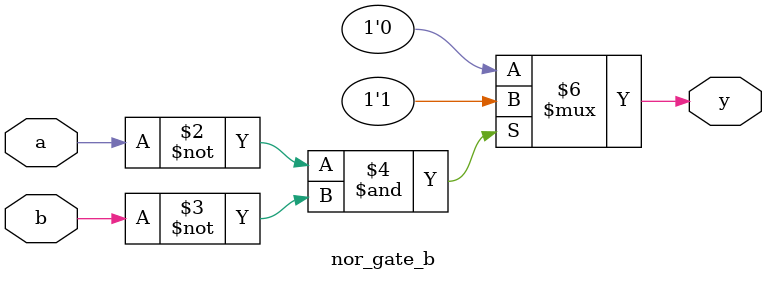
<source format=v>
module nor_gate_b(y,a,b);
input a,b;
output reg y;
always @(a or b)begin
if(a==1'b0 & b==1'b0) begin y = 1'b1; end
else                        y = 1'b0; end
endmodule

</source>
